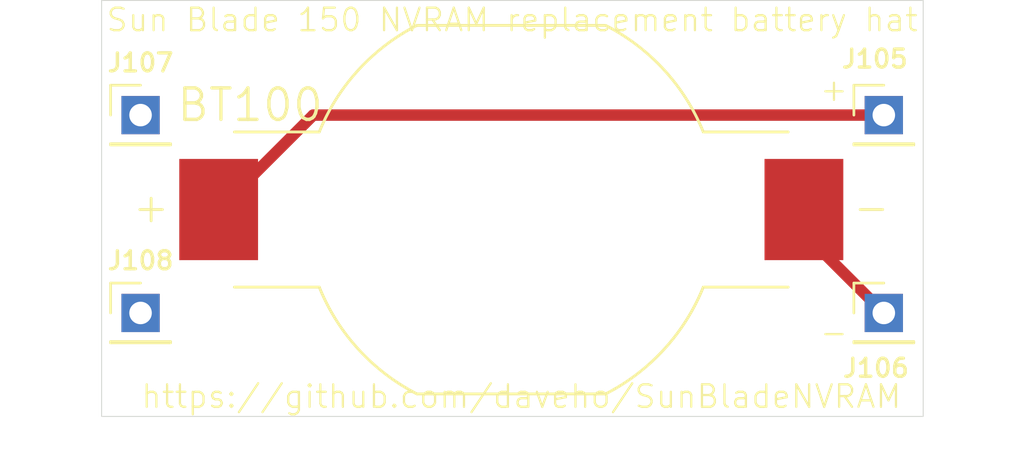
<source format=kicad_pcb>
(kicad_pcb (version 20240108) (generator "pcbnew") (generator_version "8.0")
  (title_block (rev "1"))
  (layers (0 "F.Cu" signal "Front") (31 "B.Cu" signal "Back") (34 "B.Paste" user) (35 "F.Paste" user) (36 "B.SilkS" user "B.Silkscreen") (37 "F.SilkS" user "F.Silkscreen") (38 "B.Mask" user) (39 "F.Mask" user) (44 "Edge.Cuts" user))
  (net 0 "")
  (net 1 "Net-(J105-Pin_1)")
  (net 2 "Net-(J106-Pin_1)")
  (footprint "Connector_PinHeader_2.54mm:PinHeader_1x01_P2.54mm_Vertical" (layer "F.Cu") (at 118 74.9)
    (property "Reference" "J105" (at -0.4 -2.5 0) (layer "F.SilkS") (effects (font (size 0.8 0.8))))
    (property "Value" "Conn_01x01_Pin")
    (fp_line (start -1.33 -1.33) (end 0 -1.33) (stroke (width 0.12)) (layer "F.SilkS"))
    (fp_line (start -1.33 0) (end -1.33 -1.33) (stroke (width 0.12)) (layer "F.SilkS"))
    (fp_line (start -1.33 1.27) (end -1.33 1.33) (stroke (width 0.12)) (layer "F.SilkS"))
    (fp_line (start -1.33 1.27) (end 1.33 1.27) (stroke (width 0.12)) (layer "F.SilkS"))
    (fp_line (start -1.33 1.33) (end 1.33 1.33) (stroke (width 0.12)) (layer "F.SilkS"))
    (fp_line (start 1.33 1.27) (end 1.33 1.33) (stroke (width 0.12)) (layer "F.SilkS"))
    (pad "1" thru_hole rect (at 0 0) (size 1.7 1.7) (drill 1) (layers "*.Cu" "*.Mask") (net 1 "Net-(J105-Pin_1)"))
  )
  (footprint "SunBladeNVRAM:BAT_BU1632SM-JJ-GTR" (layer "F.Cu") (at 101.45 79.1)
    (property "Reference" "BT100" (at -11.6 -4.65 0) (layer "F.SilkS") (effects (font (size 1.4 1.4))))
    (property "Value" "BU1632SM-JJ-GTR")
    (fp_line (start -16.5 0) (end -15.5 0) (stroke (width 0.127)) (layer "F.SilkS"))
    (fp_line (start -16 -0.5) (end -16 0.5) (stroke (width 0.127)) (layer "F.SilkS"))
    (fp_line (start -12.3 3.45) (end -8.53 3.45) (stroke (width 0.127)) (layer "F.SilkS"))
    (fp_line (start -8.53 -3.45) (end -12.3 -3.45) (stroke (width 0.127)) (layer "F.SilkS"))
    (fp_line (start -4.19 -8.19) (end 4.19 -8.19) (stroke (width 0.127)) (layer "F.SilkS"))
    (fp_line (start 4.19 8.2) (end -4.19 8.2) (stroke (width 0.127)) (layer "F.SilkS"))
    (fp_line (start 8.53 3.45) (end 12.3 3.45) (stroke (width 0.127)) (layer "F.SilkS"))
    (fp_line (start 12.3 -3.45) (end 8.53 -3.45) (stroke (width 0.127)) (layer "F.SilkS"))
    (fp_line (start 15.5 0) (end 16.5 0) (stroke (width 0.127)) (layer "F.SilkS"))
    (fp_arc (start -8.53 -3.45) (mid -6.787284 -6.211227) (end -4.19 -8.19) (stroke (width 0.127)) (layer "F.SilkS"))
    (fp_arc (start -4.19 8.2) (mid -6.788186 6.216227) (end -8.53 3.45) (stroke (width 0.127)) (layer "F.SilkS"))
    (fp_arc (start 4.19 -8.19) (mid 6.787284 -6.211226) (end 8.53 -3.45) (stroke (width 0.127)) (layer "F.SilkS"))
    (fp_arc (start 8.53 3.45) (mid 6.788186 6.216227) (end 4.19 8.2) (stroke (width 0.127)) (layer "F.SilkS"))
    (pad "+" smd rect (at -13 0) (size 3.5 4.5) (layers "F.Cu" "F.Paste" "F.Mask") (net 1 "Net-(J105-Pin_1)"))
    (pad "-" smd rect (at 13 0) (size 3.5 4.5) (layers "F.Cu" "F.Paste" "F.Mask") (net 2 "Net-(J106-Pin_1)"))
  )
  (footprint "Connector_PinHeader_2.54mm:PinHeader_1x01_P2.54mm_Vertical" (layer "F.Cu") (at 118 83.7)
    (property "Reference" "J106" (at -0.35 2.45 0) (layer "F.SilkS") (effects (font (size 0.8 0.8))))
    (property "Value" "Conn_01x01_Pin")
    (fp_line (start -1.33 -1.33) (end 0 -1.33) (stroke (width 0.12)) (layer "F.SilkS"))
    (fp_line (start -1.33 0) (end -1.33 -1.33) (stroke (width 0.12)) (layer "F.SilkS"))
    (fp_line (start -1.33 1.27) (end -1.33 1.33) (stroke (width 0.12)) (layer "F.SilkS"))
    (fp_line (start -1.33 1.27) (end 1.33 1.27) (stroke (width 0.12)) (layer "F.SilkS"))
    (fp_line (start -1.33 1.33) (end 1.33 1.33) (stroke (width 0.12)) (layer "F.SilkS"))
    (fp_line (start 1.33 1.27) (end 1.33 1.33) (stroke (width 0.12)) (layer "F.SilkS"))
    (pad "1" thru_hole rect (at 0 0) (size 1.7 1.7) (drill 1) (layers "*.Cu" "*.Mask") (net 2 "Net-(J106-Pin_1)"))
  )
  (footprint "Connector_PinHeader_2.54mm:PinHeader_1x01_P2.54mm_Vertical" (layer "F.Cu") (at 84.98 83.7)
    (property "Reference" "J108" (at 0 -2.33 0) (layer "F.SilkS") (effects (font (size 0.8 0.8))))
    (property "Value" "Conn_01x01_Pin")
    (fp_line (start -1.33 -1.33) (end 0 -1.33) (stroke (width 0.12)) (layer "F.SilkS"))
    (fp_line (start -1.33 0) (end -1.33 -1.33) (stroke (width 0.12)) (layer "F.SilkS"))
    (fp_line (start -1.33 1.27) (end -1.33 1.33) (stroke (width 0.12)) (layer "F.SilkS"))
    (fp_line (start -1.33 1.27) (end 1.33 1.27) (stroke (width 0.12)) (layer "F.SilkS"))
    (fp_line (start -1.33 1.33) (end 1.33 1.33) (stroke (width 0.12)) (layer "F.SilkS"))
    (fp_line (start 1.33 1.27) (end 1.33 1.33) (stroke (width 0.12)) (layer "F.SilkS"))
    (pad "1" thru_hole rect (at 0 0) (size 1.7 1.7) (drill 1) (layers "*.Cu" "*.Mask"))
  )
  (footprint "Connector_PinHeader_2.54mm:PinHeader_1x01_P2.54mm_Vertical" (layer "F.Cu") (at 84.98 74.9)
    (property "Reference" "J107" (at 0 -2.33 0) (layer "F.SilkS") (effects (font (size 0.8 0.8))))
    (property "Value" "Conn_01x01_Pin")
    (fp_line (start -1.33 -1.33) (end 0 -1.33) (stroke (width 0.12)) (layer "F.SilkS"))
    (fp_line (start -1.33 0) (end -1.33 -1.33) (stroke (width 0.12)) (layer "F.SilkS"))
    (fp_line (start -1.33 1.27) (end -1.33 1.33) (stroke (width 0.12)) (layer "F.SilkS"))
    (fp_line (start -1.33 1.27) (end 1.33 1.27) (stroke (width 0.12)) (layer "F.SilkS"))
    (fp_line (start -1.33 1.33) (end 1.33 1.33) (stroke (width 0.12)) (layer "F.SilkS"))
    (fp_line (start 1.33 1.27) (end 1.33 1.33) (stroke (width 0.12)) (layer "F.SilkS"))
    (pad "1" thru_hole rect (at 0 0) (size 1.7 1.7) (drill 1) (layers "*.Cu" "*.Mask"))
  )
  (gr_rect (start 83.25 69.8) (end 119.75 88.3) (stroke (width 0.0381)) (fill none) (layer "Edge.Cuts"))
  (gr_text "-" (at 115.1 85.15 0) (layer "F.SilkS") (effects (font (size 1 1) (thickness 0.1)) (justify left bottom)))
  (gr_text "https://github.com/daveho/SunBladeNVRAM" (at 84.95 88 0) (layer "F.SilkS") (effects (font (size 1 1) (thickness 0.1)) (justify left bottom)))
  (gr_text "Sun Blade 150 NVRAM replacement battery hat" (at 83.4 71.25 0) (layer "F.SilkS") (effects (font (size 1 1) (thickness 0.1)) (justify left bottom)))
  (gr_text "+" (at 115.1 74.35 0) (layer "F.SilkS") (effects (font (size 1 1) (thickness 0.1)) (justify left bottom)))
  (segment (start 92.65 74.9) (end 88.45 79.1) (width 0.508) (layer "F.Cu") (net 1))
  (segment (start 118 74.9) (end 92.65 74.9) (width 0.508) (layer "F.Cu") (net 1))
  (segment (start 114.45 80.15) (end 118 83.7) (width 0.508) (layer "F.Cu") (net 2))
  (segment (start 114.45 79.1) (end 114.45 80.15) (width 0.508) (layer "F.Cu") (net 2))
)
</source>
